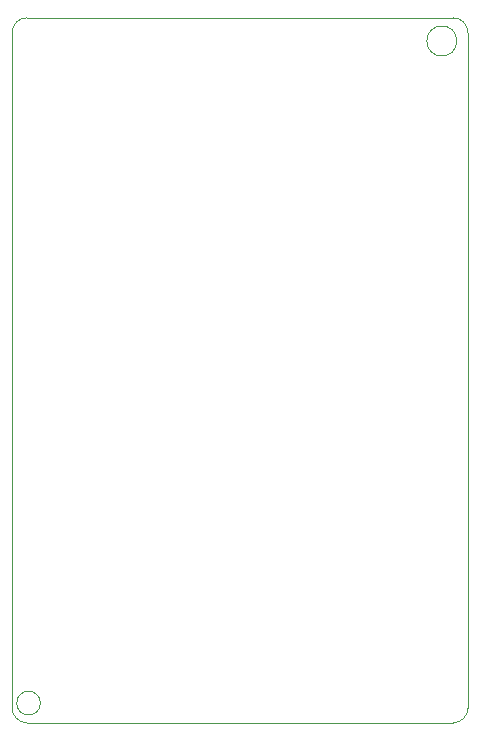
<source format=gbr>
%TF.GenerationSoftware,KiCad,Pcbnew,7.0.9-7.0.9~ubuntu22.04.1*%
%TF.CreationDate,2023-12-29T16:16:38+05:30*%
%TF.ProjectId,ulpLoRa_charge controller HAT,756c704c-6f52-4615-9f63-686172676520,rev?*%
%TF.SameCoordinates,Original*%
%TF.FileFunction,Profile,NP*%
%FSLAX46Y46*%
G04 Gerber Fmt 4.6, Leading zero omitted, Abs format (unit mm)*
G04 Created by KiCad (PCBNEW 7.0.9-7.0.9~ubuntu22.04.1) date 2023-12-29 16:16:38*
%MOMM*%
%LPD*%
G01*
G04 APERTURE LIST*
%TA.AperFunction,Profile*%
%ADD10C,0.100000*%
%TD*%
G04 APERTURE END LIST*
D10*
X128778000Y-58018000D02*
X164846000Y-58018000D01*
X164846000Y-117708000D02*
G75*
G03*
X166116000Y-116438000I0J1270000D01*
G01*
X127508000Y-116438000D02*
G75*
G03*
X128778000Y-117708000I1270000J0D01*
G01*
X166116000Y-59288000D02*
G75*
G03*
X164846000Y-58018000I-1270000J0D01*
G01*
X166116000Y-59288000D02*
X166116000Y-116438000D01*
X128778000Y-58018000D02*
G75*
G03*
X127508000Y-59288000I0J-1270000D01*
G01*
X164846000Y-117708000D02*
X128778000Y-117708000D01*
X165167749Y-59982251D02*
G75*
G03*
X165167749Y-59982251I-1270000J0D01*
G01*
X127508000Y-116438000D02*
X127508000Y-59288000D01*
X129905000Y-116041000D02*
G75*
G03*
X129905000Y-116041000I-1000000J0D01*
G01*
M02*

</source>
